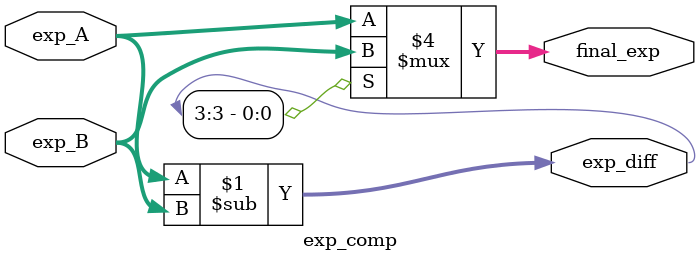
<source format=sv>
module exp_comp (
    input logic [2:0] exp_A, exp_B,
    output signed [3:0] exp_diff,
    output [2:0] final_exp
);
assign exp_diff = exp_A - exp_B;
always_comb begin : FinalExp
    if (exp_diff[3]) begin
        final_exp = exp_B;
    end   
    else final_exp = exp_A;
end
endmodule

</source>
